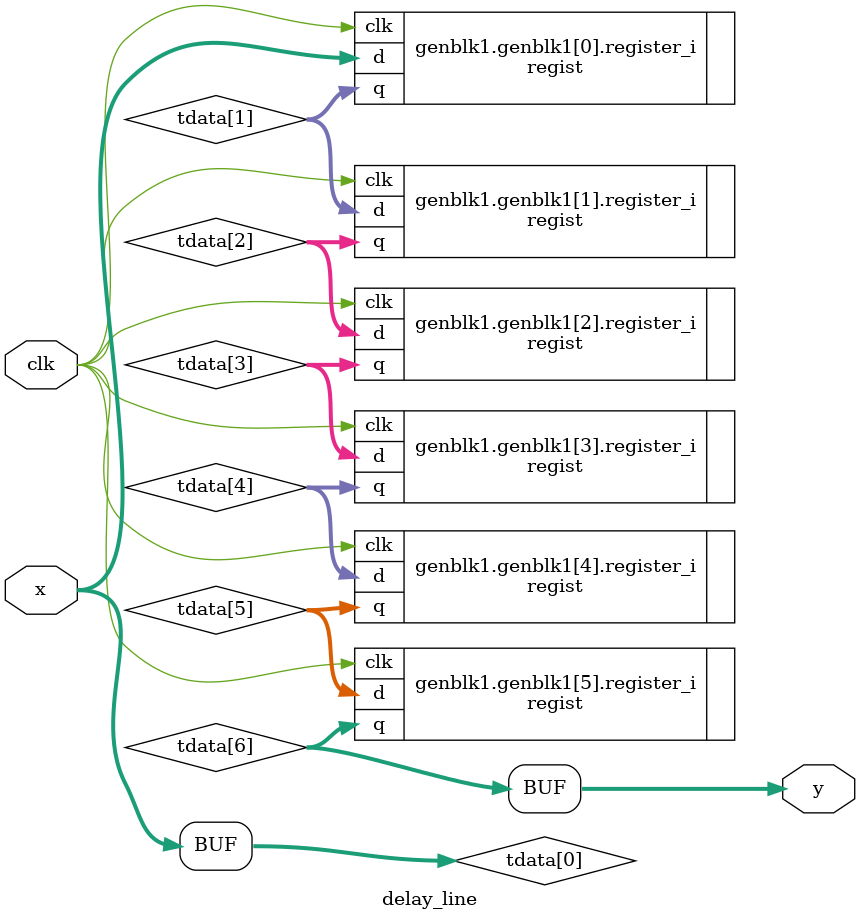
<source format=v>
`timescale 1ns / 1ps


module delay_line
#(
    parameter DELAY = 6,
    parameter N = 4
)

(
    input clk,
    input [N-1:0]x,
    output [N-1:0]y
);

wire [N-1:0] tdata [DELAY:0];

genvar i;

generate

    if(DELAY>0)
    begin
    
        for(i=0;i<DELAY;i=i+1)
        begin
            regist register_i (
                .clk(clk),
                .d(tdata[i]),
                .q(tdata[i+1])
            );
        end
    
    end
    
    

endgenerate

if(DELAY>0)
begin
    assign tdata[0]=x;
    assign y=tdata[DELAY];
end
else assign y=x;

endmodule

</source>
